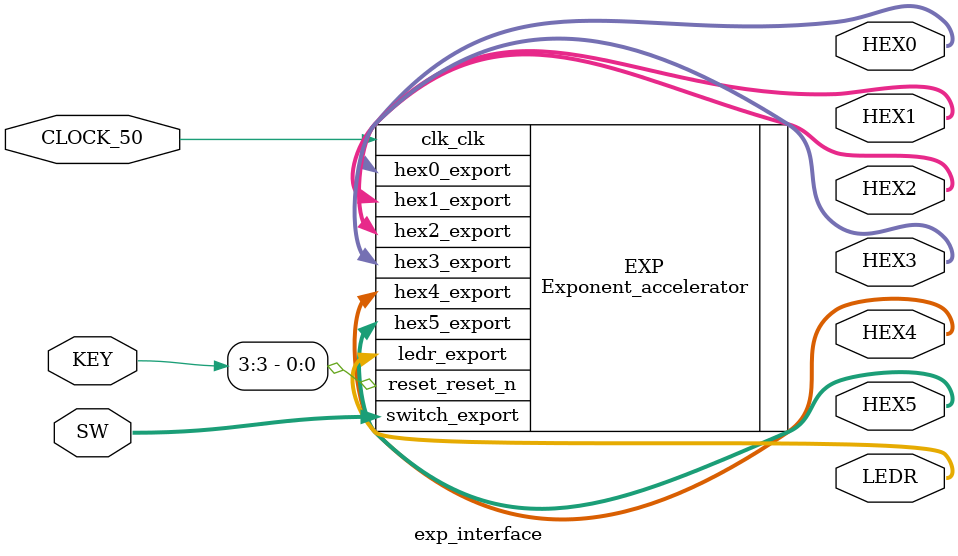
<source format=sv>
`timescale 1ps/1ps  

module exp_interface (CLOCK_50, SW, KEY, LEDR, HEX0, HEX1, HEX2, HEX3, HEX4, HEX5);
    input logic CLOCK_50;
    input logic [3:0] KEY;
    input logic [9:0] SW;
    output logic [9:0] LEDR;
    output [6:0] HEX0, HEX1, HEX2, HEX3, HEX4, HEX5;

    Exponent_accelerator EXP (.clk_clk(CLOCK_50),
        .hex0_export(HEX0),
        .hex1_export(HEX1),
        .hex2_export(HEX2),
        .hex3_export(HEX3),
        .hex4_export(HEX4),
        .hex5_export(HEX5),
        .ledr_export(LEDR),
        .reset_reset_n(KEY[3]),
        .switch_export(SW));
endmodule: exp_interface
</source>
